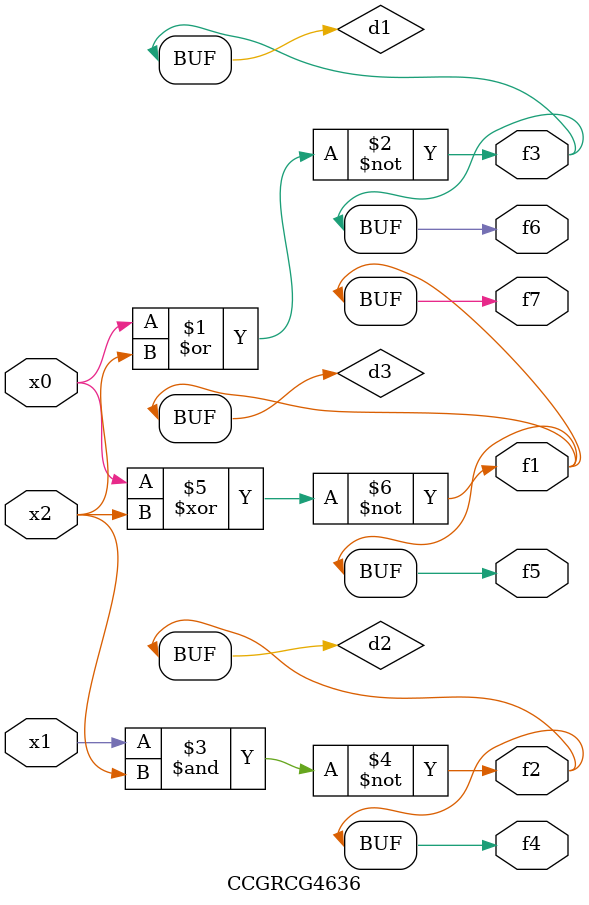
<source format=v>
module CCGRCG4636(
	input x0, x1, x2,
	output f1, f2, f3, f4, f5, f6, f7
);

	wire d1, d2, d3;

	nor (d1, x0, x2);
	nand (d2, x1, x2);
	xnor (d3, x0, x2);
	assign f1 = d3;
	assign f2 = d2;
	assign f3 = d1;
	assign f4 = d2;
	assign f5 = d3;
	assign f6 = d1;
	assign f7 = d3;
endmodule

</source>
